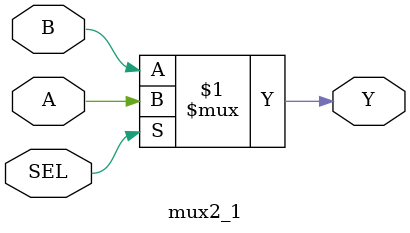
<source format=v>
`timescale 1ns / 1ps


module mux2_1(
    input   wire    A,      //S1
    input   wire    B,      //S2
    input   wire    SEL,    //S4
    output  wire    Y       //LD1
    );

assign Y = (SEL)?(A):(B);

endmodule

</source>
